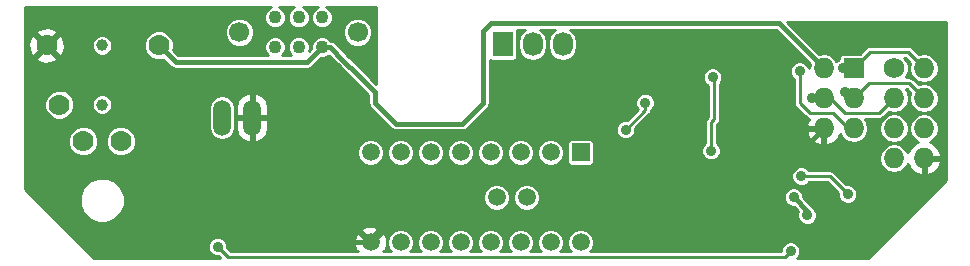
<source format=gbl>
%FSLAX46Y46*%
G04 Gerber Fmt 4.6, Leading zero omitted, Abs format (unit mm)*
G04 Created by KiCad (PCBNEW (2014-10-27 BZR 5228)-product) date 5/4/2015 9:12:31 PM*
%MOMM*%
G01*
G04 APERTURE LIST*
%ADD10C,0.100000*%
%ADD11O,1.506220X3.014980*%
%ADD12C,1.500000*%
%ADD13C,1.778000*%
%ADD14C,0.990600*%
%ADD15R,1.727200X2.032000*%
%ADD16O,1.727200X2.032000*%
%ADD17R,1.727200X1.727200*%
%ADD18O,1.727200X1.727200*%
%ADD19C,1.727200*%
%ADD20R,1.500000X1.500000*%
%ADD21C,1.100000*%
%ADD22C,1.700000*%
%ADD23C,0.889000*%
%ADD24C,0.381000*%
%ADD25C,0.254000*%
G04 APERTURE END LIST*
D10*
D11*
X17145000Y-9525000D03*
X19685000Y-9525000D03*
D12*
X40386000Y-16256000D03*
X42926000Y-16256000D03*
D13*
X11785600Y-3403600D03*
X2286000Y-3403600D03*
X8585200Y-11506200D03*
X5384800Y-11506200D03*
X3378200Y-8407400D03*
D14*
X6985000Y-3403600D03*
X6985000Y-8407400D03*
D15*
X40894000Y-3302000D03*
D16*
X43434000Y-3302000D03*
X45974000Y-3302000D03*
D17*
X70612000Y-5334000D03*
D18*
X68072000Y-5334000D03*
X70612000Y-7874000D03*
X68072000Y-7874000D03*
X70612000Y-10414000D03*
X68072000Y-10414000D03*
D19*
X74041000Y-5334000D03*
D18*
X76581000Y-5334000D03*
X74041000Y-7874000D03*
X76581000Y-7874000D03*
X74041000Y-10414000D03*
X76581000Y-10414000D03*
X74041000Y-12954000D03*
X76581000Y-12954000D03*
D20*
X47498000Y-12446000D03*
D12*
X44958000Y-12446000D03*
X42418000Y-12446000D03*
X39878000Y-12446000D03*
X37338000Y-12446000D03*
X34798000Y-12446000D03*
X32258000Y-12446000D03*
X29718000Y-12446000D03*
X29718000Y-20066000D03*
X32258000Y-20066000D03*
X34798000Y-20066000D03*
X37338000Y-20066000D03*
X39878000Y-20066000D03*
X42418000Y-20066000D03*
X44958000Y-20066000D03*
X47498000Y-20066000D03*
D21*
X21622000Y-1036000D03*
X23622000Y-1036000D03*
X25622000Y-1036000D03*
X21622000Y-3536000D03*
X23622000Y-3536000D03*
X25622000Y-3536000D03*
D22*
X18622000Y-2286000D03*
X28622000Y-2286000D03*
D23*
X23241000Y-9398000D03*
X59690000Y-15240000D03*
X28194000Y-9144000D03*
X26289000Y-12827000D03*
X68580000Y-13081000D03*
X56515000Y-10922000D03*
X47625000Y-5969000D03*
X20701000Y-19558000D03*
X49149000Y-19050000D03*
X20320000Y-12319000D03*
X12319000Y-20320000D03*
X65532000Y-16256000D03*
X66675000Y-17780000D03*
X66040000Y-5588000D03*
X58674000Y-6096000D03*
X58547000Y-12319000D03*
X52959000Y-8255000D03*
X51308000Y-10541000D03*
X69850000Y-7366000D03*
X67056000Y-7874000D03*
X69723000Y-5334000D03*
X70104000Y-16002000D03*
X66167000Y-14478000D03*
X65278000Y-20828000D03*
X16764000Y-20447000D03*
D24*
X64389000Y-12573000D02*
X65913000Y-12573000D01*
X64389000Y-12573000D02*
X62357000Y-12573000D01*
X59690000Y-15240000D02*
X62357000Y-12573000D01*
X56388000Y-18542000D02*
X59690000Y-15240000D01*
X19685000Y-11684000D02*
X20320000Y-12319000D01*
X19685000Y-9525000D02*
X19685000Y-11684000D01*
X68072000Y-10414000D02*
X65913000Y-12573000D01*
X28194000Y-9144000D02*
X28194000Y-10922000D01*
X28194000Y-10922000D02*
X26289000Y-12827000D01*
X68072000Y-12573000D02*
X68580000Y-13081000D01*
X68072000Y-10414000D02*
X68072000Y-12573000D01*
X56515000Y-12065000D02*
X56515000Y-10922000D01*
X59690000Y-15240000D02*
X56515000Y-12065000D01*
X21209000Y-20066000D02*
X20701000Y-19558000D01*
X29718000Y-20066000D02*
X21209000Y-20066000D01*
X29718000Y-20066000D02*
X29718000Y-19685000D01*
X30861000Y-18542000D02*
X29718000Y-19685000D01*
X45974000Y-18542000D02*
X30861000Y-18542000D01*
X48641000Y-18542000D02*
X45974000Y-18542000D01*
X56388000Y-18542000D02*
X48641000Y-18542000D01*
X48641000Y-18542000D02*
X49149000Y-19050000D01*
X20320000Y-12319000D02*
X12319000Y-20320000D01*
X65532000Y-16256000D02*
X66675000Y-17399000D01*
X66675000Y-17399000D02*
X66675000Y-17780000D01*
X26269000Y-3536000D02*
X25622000Y-3536000D01*
X30099000Y-7366000D02*
X30099000Y-8255000D01*
X30099000Y-7366000D02*
X28575000Y-5842000D01*
X39878000Y-1524000D02*
X64262000Y-1524000D01*
X39243000Y-2159000D02*
X39878000Y-1524000D01*
X28575000Y-5842000D02*
X27412000Y-4679000D01*
X68072000Y-5334000D02*
X64262000Y-1524000D01*
X39243000Y-8255000D02*
X39243000Y-2159000D01*
X37465000Y-10033000D02*
X39243000Y-8255000D01*
X31877000Y-10033000D02*
X37465000Y-10033000D01*
X30099000Y-8255000D02*
X31877000Y-10033000D01*
X27412000Y-4679000D02*
X26269000Y-3536000D01*
X24332000Y-4826000D02*
X25622000Y-3536000D01*
X13208000Y-4826000D02*
X24332000Y-4826000D01*
X11785600Y-3403600D02*
X13208000Y-4826000D01*
D25*
X70104000Y-10414000D02*
X70612000Y-10414000D01*
X68834000Y-9144000D02*
X70104000Y-10414000D01*
X66929000Y-9144000D02*
X68453000Y-9144000D01*
X66040000Y-8255000D02*
X66929000Y-9144000D01*
X66040000Y-5588000D02*
X66040000Y-8255000D01*
X68453000Y-9144000D02*
X68834000Y-9144000D01*
X58674000Y-6096000D02*
X58801000Y-6223000D01*
X58801000Y-9652000D02*
X58801000Y-7620000D01*
X58547000Y-9906000D02*
X58801000Y-9652000D01*
X58547000Y-12319000D02*
X58547000Y-9906000D01*
X58801000Y-6223000D02*
X58801000Y-7620000D01*
X52959000Y-8890000D02*
X51308000Y-10541000D01*
X52959000Y-8255000D02*
X52959000Y-8890000D01*
X71882000Y-6604000D02*
X70612000Y-7874000D01*
X75311000Y-6604000D02*
X71882000Y-6604000D01*
X76581000Y-7874000D02*
X75311000Y-6604000D01*
X70358000Y-7874000D02*
X69850000Y-7366000D01*
X70612000Y-7874000D02*
X70358000Y-7874000D01*
X67056000Y-7874000D02*
X68072000Y-7874000D01*
X68580000Y-7874000D02*
X68072000Y-7874000D01*
X72771000Y-9144000D02*
X69850000Y-9144000D01*
X69850000Y-9144000D02*
X68580000Y-7874000D01*
X74041000Y-7874000D02*
X72771000Y-9144000D01*
X72009000Y-3937000D02*
X75184000Y-3937000D01*
X75184000Y-3937000D02*
X76581000Y-5334000D01*
X70612000Y-5334000D02*
X72009000Y-3937000D01*
X69723000Y-5334000D02*
X70612000Y-5334000D01*
X68580000Y-14478000D02*
X70104000Y-16002000D01*
X66167000Y-14478000D02*
X68580000Y-14478000D01*
X17907000Y-21336000D02*
X64770000Y-21336000D01*
X64770000Y-21336000D02*
X65278000Y-20828000D01*
X16764000Y-20447000D02*
X17653000Y-21336000D01*
X17653000Y-21336000D02*
X17907000Y-21336000D01*
G36*
X78436000Y-14807474D02*
X78035968Y-15207506D01*
X78035968Y-13313027D01*
X78035968Y-12594973D01*
X77787821Y-12065510D01*
X77355947Y-11671312D01*
X77094828Y-11563159D01*
X77461065Y-11318448D01*
X77730860Y-10914671D01*
X77825600Y-10438383D01*
X77825600Y-10389617D01*
X77730860Y-9913329D01*
X77461065Y-9509552D01*
X77057288Y-9239757D01*
X76581000Y-9145017D01*
X76104712Y-9239757D01*
X75700935Y-9509552D01*
X75431140Y-9913329D01*
X75336400Y-10389617D01*
X75336400Y-10438383D01*
X75431140Y-10914671D01*
X75700935Y-11318448D01*
X76067171Y-11563159D01*
X75806053Y-11671312D01*
X75374179Y-12065510D01*
X75285600Y-12254506D01*
X75285600Y-10438383D01*
X75285600Y-10389617D01*
X75190860Y-9913329D01*
X74921065Y-9509552D01*
X74517288Y-9239757D01*
X74041000Y-9145017D01*
X73564712Y-9239757D01*
X73160935Y-9509552D01*
X72891140Y-9913329D01*
X72796400Y-10389617D01*
X72796400Y-10438383D01*
X72891140Y-10914671D01*
X73160935Y-11318448D01*
X73564712Y-11588243D01*
X74041000Y-11682983D01*
X74517288Y-11588243D01*
X74921065Y-11318448D01*
X75190860Y-10914671D01*
X75285600Y-10438383D01*
X75285600Y-12254506D01*
X75191323Y-12455661D01*
X75190860Y-12453329D01*
X74921065Y-12049552D01*
X74517288Y-11779757D01*
X74041000Y-11685017D01*
X73564712Y-11779757D01*
X73160935Y-12049552D01*
X72891140Y-12453329D01*
X72796400Y-12929617D01*
X72796400Y-12978383D01*
X72891140Y-13454671D01*
X73160935Y-13858448D01*
X73564712Y-14128243D01*
X74041000Y-14222983D01*
X74517288Y-14128243D01*
X74921065Y-13858448D01*
X75190860Y-13454671D01*
X75191323Y-13452338D01*
X75374179Y-13842490D01*
X75806053Y-14236688D01*
X76221974Y-14408958D01*
X76454000Y-14287817D01*
X76454000Y-13081000D01*
X76434000Y-13081000D01*
X76434000Y-12827000D01*
X76454000Y-12827000D01*
X76454000Y-12807000D01*
X76708000Y-12807000D01*
X76708000Y-12827000D01*
X77915469Y-12827000D01*
X78035968Y-12594973D01*
X78035968Y-13313027D01*
X77915469Y-13081000D01*
X76708000Y-13081000D01*
X76708000Y-14287817D01*
X76940026Y-14408958D01*
X77355947Y-14236688D01*
X77787821Y-13842490D01*
X78035968Y-13313027D01*
X78035968Y-15207506D01*
X71830474Y-21413000D01*
X70929643Y-21413000D01*
X70929643Y-15838518D01*
X70804233Y-15535002D01*
X70572219Y-15302583D01*
X70268923Y-15176643D01*
X69996826Y-15176406D01*
X68939210Y-14118790D01*
X68774403Y-14008669D01*
X68580000Y-13970000D01*
X67945000Y-13970000D01*
X67945000Y-11747817D01*
X67945000Y-10541000D01*
X66737531Y-10541000D01*
X66617032Y-10773027D01*
X66865179Y-11302490D01*
X67297053Y-11696688D01*
X67712974Y-11868958D01*
X67945000Y-11747817D01*
X67945000Y-13970000D01*
X66826302Y-13970000D01*
X66635219Y-13778583D01*
X66331923Y-13652643D01*
X66003518Y-13652357D01*
X65700002Y-13777767D01*
X65467583Y-14009781D01*
X65341643Y-14313077D01*
X65341357Y-14641482D01*
X65466767Y-14944998D01*
X65698781Y-15177417D01*
X66002077Y-15303357D01*
X66330482Y-15303643D01*
X66633998Y-15178233D01*
X66826566Y-14986000D01*
X68369579Y-14986000D01*
X69278592Y-15895013D01*
X69278357Y-16165482D01*
X69403767Y-16468998D01*
X69635781Y-16701417D01*
X69939077Y-16827357D01*
X70267482Y-16827643D01*
X70570998Y-16702233D01*
X70803417Y-16470219D01*
X70929357Y-16166923D01*
X70929643Y-15838518D01*
X70929643Y-21413000D01*
X67500643Y-21413000D01*
X67500643Y-17616518D01*
X67375233Y-17313002D01*
X67143219Y-17080583D01*
X67133741Y-17076647D01*
X67079112Y-16994888D01*
X67079108Y-16994885D01*
X66357485Y-16273261D01*
X66357643Y-16092518D01*
X66232233Y-15789002D01*
X66000219Y-15556583D01*
X65696923Y-15430643D01*
X65368518Y-15430357D01*
X65065002Y-15555767D01*
X64832583Y-15787781D01*
X64706643Y-16091077D01*
X64706357Y-16419482D01*
X64831767Y-16722998D01*
X65063781Y-16955417D01*
X65367077Y-17081357D01*
X65549292Y-17081515D01*
X65918068Y-17450291D01*
X65849643Y-17615077D01*
X65849357Y-17943482D01*
X65974767Y-18246998D01*
X66206781Y-18479417D01*
X66510077Y-18605357D01*
X66838482Y-18605643D01*
X67141998Y-18480233D01*
X67374417Y-18248219D01*
X67500357Y-17944923D01*
X67500643Y-17616518D01*
X67500643Y-21413000D01*
X65860432Y-21413000D01*
X65977417Y-21296219D01*
X66103357Y-20992923D01*
X66103643Y-20664518D01*
X65978233Y-20361002D01*
X65746219Y-20128583D01*
X65442923Y-20002643D01*
X65114518Y-20002357D01*
X64811002Y-20127767D01*
X64578583Y-20359781D01*
X64452643Y-20663077D01*
X64452499Y-20828000D01*
X59499643Y-20828000D01*
X59499643Y-5932518D01*
X59374233Y-5629002D01*
X59142219Y-5396583D01*
X58838923Y-5270643D01*
X58510518Y-5270357D01*
X58207002Y-5395767D01*
X57974583Y-5627781D01*
X57848643Y-5931077D01*
X57848357Y-6259482D01*
X57973767Y-6562998D01*
X58205781Y-6795417D01*
X58293000Y-6831633D01*
X58293000Y-7620000D01*
X58293000Y-9441580D01*
X58187790Y-9546790D01*
X58077669Y-9711597D01*
X58039000Y-9906000D01*
X58039000Y-11659697D01*
X57847583Y-11850781D01*
X57721643Y-12154077D01*
X57721357Y-12482482D01*
X57846767Y-12785998D01*
X58078781Y-13018417D01*
X58382077Y-13144357D01*
X58710482Y-13144643D01*
X59013998Y-13019233D01*
X59246417Y-12787219D01*
X59372357Y-12483923D01*
X59372643Y-12155518D01*
X59247233Y-11852002D01*
X59055000Y-11659433D01*
X59055000Y-10116420D01*
X59160210Y-10011210D01*
X59270331Y-9846404D01*
X59270331Y-9846403D01*
X59276746Y-9814150D01*
X59308999Y-9652000D01*
X59309000Y-9652000D01*
X59309000Y-7620000D01*
X59309000Y-6628523D01*
X59373417Y-6564219D01*
X59499357Y-6260923D01*
X59499643Y-5932518D01*
X59499643Y-20828000D01*
X53784643Y-20828000D01*
X53784643Y-8091518D01*
X53659233Y-7788002D01*
X53427219Y-7555583D01*
X53123923Y-7429643D01*
X52795518Y-7429357D01*
X52492002Y-7554767D01*
X52259583Y-7786781D01*
X52133643Y-8090077D01*
X52133357Y-8418482D01*
X52258767Y-8721998D01*
X52333608Y-8796970D01*
X51414987Y-9715592D01*
X51144518Y-9715357D01*
X50841002Y-9840767D01*
X50608583Y-10072781D01*
X50482643Y-10376077D01*
X50482357Y-10704482D01*
X50607767Y-11007998D01*
X50839781Y-11240417D01*
X51143077Y-11366357D01*
X51471482Y-11366643D01*
X51774998Y-11241233D01*
X52007417Y-11009219D01*
X52133357Y-10705923D01*
X52133593Y-10433826D01*
X53318210Y-9249210D01*
X53318211Y-9249210D01*
X53428331Y-9084403D01*
X53460968Y-8920323D01*
X53658417Y-8723219D01*
X53784357Y-8419923D01*
X53784643Y-8091518D01*
X53784643Y-20828000D01*
X48335542Y-20828000D01*
X48456256Y-20707497D01*
X48628804Y-20291957D01*
X48629196Y-19842017D01*
X48629000Y-19841542D01*
X48629000Y-13271785D01*
X48629000Y-13120214D01*
X48629000Y-11620214D01*
X48570996Y-11480180D01*
X48463819Y-11373004D01*
X48323785Y-11315000D01*
X48172214Y-11315000D01*
X46672214Y-11315000D01*
X46532180Y-11373004D01*
X46425004Y-11480181D01*
X46367000Y-11620215D01*
X46367000Y-11771786D01*
X46367000Y-13271786D01*
X46425004Y-13411820D01*
X46532181Y-13518996D01*
X46672215Y-13577000D01*
X46823786Y-13577000D01*
X48323786Y-13577000D01*
X48463820Y-13518996D01*
X48570996Y-13411819D01*
X48629000Y-13271785D01*
X48629000Y-19841542D01*
X48457375Y-19426177D01*
X48139497Y-19107744D01*
X47723957Y-18935196D01*
X47274017Y-18934804D01*
X46858177Y-19106625D01*
X46539744Y-19424503D01*
X46367196Y-19840043D01*
X46366804Y-20289983D01*
X46538625Y-20705823D01*
X46660589Y-20828000D01*
X45795542Y-20828000D01*
X45916256Y-20707497D01*
X46088804Y-20291957D01*
X46089196Y-19842017D01*
X46089196Y-12222017D01*
X45917375Y-11806177D01*
X45599497Y-11487744D01*
X45183957Y-11315196D01*
X44734017Y-11314804D01*
X44318177Y-11486625D01*
X43999744Y-11804503D01*
X43827196Y-12220043D01*
X43826804Y-12669983D01*
X43998625Y-13085823D01*
X44316503Y-13404256D01*
X44732043Y-13576804D01*
X45181983Y-13577196D01*
X45597823Y-13405375D01*
X45916256Y-13087497D01*
X46088804Y-12671957D01*
X46089196Y-12222017D01*
X46089196Y-19842017D01*
X45917375Y-19426177D01*
X45599497Y-19107744D01*
X45183957Y-18935196D01*
X44734017Y-18934804D01*
X44318177Y-19106625D01*
X44057196Y-19367151D01*
X44057196Y-16032017D01*
X43885375Y-15616177D01*
X43567497Y-15297744D01*
X43549196Y-15290144D01*
X43549196Y-12222017D01*
X43377375Y-11806177D01*
X43059497Y-11487744D01*
X42643957Y-11315196D01*
X42194017Y-11314804D01*
X41778177Y-11486625D01*
X41459744Y-11804503D01*
X41287196Y-12220043D01*
X41286804Y-12669983D01*
X41458625Y-13085823D01*
X41776503Y-13404256D01*
X42192043Y-13576804D01*
X42641983Y-13577196D01*
X43057823Y-13405375D01*
X43376256Y-13087497D01*
X43548804Y-12671957D01*
X43549196Y-12222017D01*
X43549196Y-15290144D01*
X43151957Y-15125196D01*
X42702017Y-15124804D01*
X42286177Y-15296625D01*
X41967744Y-15614503D01*
X41795196Y-16030043D01*
X41794804Y-16479983D01*
X41966625Y-16895823D01*
X42284503Y-17214256D01*
X42700043Y-17386804D01*
X43149983Y-17387196D01*
X43565823Y-17215375D01*
X43884256Y-16897497D01*
X44056804Y-16481957D01*
X44057196Y-16032017D01*
X44057196Y-19367151D01*
X43999744Y-19424503D01*
X43827196Y-19840043D01*
X43826804Y-20289983D01*
X43998625Y-20705823D01*
X44120589Y-20828000D01*
X43255542Y-20828000D01*
X43376256Y-20707497D01*
X43548804Y-20291957D01*
X43549196Y-19842017D01*
X43377375Y-19426177D01*
X43059497Y-19107744D01*
X42643957Y-18935196D01*
X42194017Y-18934804D01*
X41778177Y-19106625D01*
X41517196Y-19367151D01*
X41517196Y-16032017D01*
X41345375Y-15616177D01*
X41027497Y-15297744D01*
X41009196Y-15290144D01*
X41009196Y-12222017D01*
X40837375Y-11806177D01*
X40519497Y-11487744D01*
X40103957Y-11315196D01*
X39654017Y-11314804D01*
X39238177Y-11486625D01*
X38919744Y-11804503D01*
X38747196Y-12220043D01*
X38746804Y-12669983D01*
X38918625Y-13085823D01*
X39236503Y-13404256D01*
X39652043Y-13576804D01*
X40101983Y-13577196D01*
X40517823Y-13405375D01*
X40836256Y-13087497D01*
X41008804Y-12671957D01*
X41009196Y-12222017D01*
X41009196Y-15290144D01*
X40611957Y-15125196D01*
X40162017Y-15124804D01*
X39746177Y-15296625D01*
X39427744Y-15614503D01*
X39255196Y-16030043D01*
X39254804Y-16479983D01*
X39426625Y-16895823D01*
X39744503Y-17214256D01*
X40160043Y-17386804D01*
X40609983Y-17387196D01*
X41025823Y-17215375D01*
X41344256Y-16897497D01*
X41516804Y-16481957D01*
X41517196Y-16032017D01*
X41517196Y-19367151D01*
X41459744Y-19424503D01*
X41287196Y-19840043D01*
X41286804Y-20289983D01*
X41458625Y-20705823D01*
X41580589Y-20828000D01*
X40715542Y-20828000D01*
X40836256Y-20707497D01*
X41008804Y-20291957D01*
X41009196Y-19842017D01*
X40837375Y-19426177D01*
X40519497Y-19107744D01*
X40103957Y-18935196D01*
X39654017Y-18934804D01*
X39238177Y-19106625D01*
X38919744Y-19424503D01*
X38747196Y-19840043D01*
X38746804Y-20289983D01*
X38918625Y-20705823D01*
X39040589Y-20828000D01*
X38175542Y-20828000D01*
X38296256Y-20707497D01*
X38468804Y-20291957D01*
X38469196Y-19842017D01*
X38469196Y-12222017D01*
X38297375Y-11806177D01*
X37979497Y-11487744D01*
X37563957Y-11315196D01*
X37114017Y-11314804D01*
X36698177Y-11486625D01*
X36379744Y-11804503D01*
X36207196Y-12220043D01*
X36206804Y-12669983D01*
X36378625Y-13085823D01*
X36696503Y-13404256D01*
X37112043Y-13576804D01*
X37561983Y-13577196D01*
X37977823Y-13405375D01*
X38296256Y-13087497D01*
X38468804Y-12671957D01*
X38469196Y-12222017D01*
X38469196Y-19842017D01*
X38297375Y-19426177D01*
X37979497Y-19107744D01*
X37563957Y-18935196D01*
X37114017Y-18934804D01*
X36698177Y-19106625D01*
X36379744Y-19424503D01*
X36207196Y-19840043D01*
X36206804Y-20289983D01*
X36378625Y-20705823D01*
X36500589Y-20828000D01*
X35635542Y-20828000D01*
X35756256Y-20707497D01*
X35928804Y-20291957D01*
X35929196Y-19842017D01*
X35929196Y-12222017D01*
X35757375Y-11806177D01*
X35439497Y-11487744D01*
X35023957Y-11315196D01*
X34574017Y-11314804D01*
X34158177Y-11486625D01*
X33839744Y-11804503D01*
X33667196Y-12220043D01*
X33666804Y-12669983D01*
X33838625Y-13085823D01*
X34156503Y-13404256D01*
X34572043Y-13576804D01*
X35021983Y-13577196D01*
X35437823Y-13405375D01*
X35756256Y-13087497D01*
X35928804Y-12671957D01*
X35929196Y-12222017D01*
X35929196Y-19842017D01*
X35757375Y-19426177D01*
X35439497Y-19107744D01*
X35023957Y-18935196D01*
X34574017Y-18934804D01*
X34158177Y-19106625D01*
X33839744Y-19424503D01*
X33667196Y-19840043D01*
X33666804Y-20289983D01*
X33838625Y-20705823D01*
X33960589Y-20828000D01*
X33095542Y-20828000D01*
X33216256Y-20707497D01*
X33388804Y-20291957D01*
X33389196Y-19842017D01*
X33389196Y-12222017D01*
X33217375Y-11806177D01*
X32899497Y-11487744D01*
X32483957Y-11315196D01*
X32034017Y-11314804D01*
X31618177Y-11486625D01*
X31299744Y-11804503D01*
X31127196Y-12220043D01*
X31126804Y-12669983D01*
X31298625Y-13085823D01*
X31616503Y-13404256D01*
X32032043Y-13576804D01*
X32481983Y-13577196D01*
X32897823Y-13405375D01*
X33216256Y-13087497D01*
X33388804Y-12671957D01*
X33389196Y-12222017D01*
X33389196Y-19842017D01*
X33217375Y-19426177D01*
X32899497Y-19107744D01*
X32483957Y-18935196D01*
X32034017Y-18934804D01*
X31618177Y-19106625D01*
X31299744Y-19424503D01*
X31127196Y-19840043D01*
X31126804Y-20289983D01*
X31298625Y-20705823D01*
X31420589Y-20828000D01*
X30795520Y-20828000D01*
X30930460Y-20789923D01*
X31115201Y-20270829D01*
X31087230Y-19720552D01*
X30930460Y-19342077D01*
X30849196Y-19319146D01*
X30849196Y-12222017D01*
X30677375Y-11806177D01*
X30359497Y-11487744D01*
X29943957Y-11315196D01*
X29494017Y-11314804D01*
X29078177Y-11486625D01*
X28759744Y-11804503D01*
X28587196Y-12220043D01*
X28586804Y-12669983D01*
X28758625Y-13085823D01*
X29076503Y-13404256D01*
X29492043Y-13576804D01*
X29941983Y-13577196D01*
X30357823Y-13405375D01*
X30676256Y-13087497D01*
X30848804Y-12671957D01*
X30849196Y-12222017D01*
X30849196Y-19319146D01*
X30689517Y-19274088D01*
X30509912Y-19453693D01*
X30509912Y-19094483D01*
X30441923Y-18853540D01*
X29922829Y-18668799D01*
X29372552Y-18696770D01*
X28994077Y-18853540D01*
X28926088Y-19094483D01*
X29718000Y-19886395D01*
X30509912Y-19094483D01*
X30509912Y-19453693D01*
X29897605Y-20066000D01*
X29911747Y-20080142D01*
X29732142Y-20259747D01*
X29718000Y-20245605D01*
X29703857Y-20259747D01*
X29524252Y-20080142D01*
X29538395Y-20066000D01*
X28746483Y-19274088D01*
X28505540Y-19342077D01*
X28320799Y-19861171D01*
X28348770Y-20411448D01*
X28505540Y-20789923D01*
X28640479Y-20828000D01*
X21073110Y-20828000D01*
X21073110Y-10406380D01*
X21073110Y-9652000D01*
X21073110Y-9398000D01*
X21073110Y-8643620D01*
X20918846Y-8122081D01*
X20576740Y-7699276D01*
X20098875Y-7439573D01*
X20026674Y-7425217D01*
X19812000Y-7547838D01*
X19812000Y-9398000D01*
X21073110Y-9398000D01*
X21073110Y-9652000D01*
X19812000Y-9652000D01*
X19812000Y-11502162D01*
X20026674Y-11624783D01*
X20098875Y-11610427D01*
X20576740Y-11350724D01*
X20918846Y-10927919D01*
X21073110Y-10406380D01*
X21073110Y-20828000D01*
X19558000Y-20828000D01*
X19558000Y-11502162D01*
X19558000Y-9652000D01*
X19558000Y-9398000D01*
X19558000Y-7547838D01*
X19343326Y-7425217D01*
X19271125Y-7439573D01*
X18793260Y-7699276D01*
X18451154Y-8122081D01*
X18296890Y-8643620D01*
X18296890Y-9398000D01*
X19558000Y-9398000D01*
X19558000Y-9652000D01*
X18296890Y-9652000D01*
X18296890Y-10406380D01*
X18451154Y-10927919D01*
X18793260Y-11350724D01*
X19271125Y-11610427D01*
X19343326Y-11624783D01*
X19558000Y-11502162D01*
X19558000Y-20828000D01*
X18279110Y-20828000D01*
X18279110Y-10316378D01*
X18279110Y-8733622D01*
X18192781Y-8299617D01*
X17946937Y-7931685D01*
X17579005Y-7685841D01*
X17145000Y-7599512D01*
X16710995Y-7685841D01*
X16343063Y-7931685D01*
X16097219Y-8299617D01*
X16010890Y-8733622D01*
X16010890Y-10316378D01*
X16097219Y-10750383D01*
X16343063Y-11118315D01*
X16710995Y-11364159D01*
X17145000Y-11450488D01*
X17579005Y-11364159D01*
X17946937Y-11118315D01*
X18192781Y-10750383D01*
X18279110Y-10316378D01*
X18279110Y-20828000D01*
X17907000Y-20828000D01*
X17863420Y-20828000D01*
X17589407Y-20553987D01*
X17589643Y-20283518D01*
X17464233Y-19980002D01*
X17232219Y-19747583D01*
X16928923Y-19621643D01*
X16600518Y-19621357D01*
X16297002Y-19746767D01*
X16064583Y-19978781D01*
X15938643Y-20282077D01*
X15938357Y-20610482D01*
X16063767Y-20913998D01*
X16295781Y-21146417D01*
X16599077Y-21272357D01*
X16871173Y-21272593D01*
X17011580Y-21413000D01*
X9855420Y-21413000D01*
X9855420Y-11254690D01*
X9662482Y-10787742D01*
X9305537Y-10430174D01*
X8838927Y-10236421D01*
X8333690Y-10235980D01*
X7866742Y-10428918D01*
X7861452Y-10434198D01*
X7861452Y-8233858D01*
X7861452Y-3230058D01*
X7728324Y-2907864D01*
X7482032Y-2661142D01*
X7160072Y-2527452D01*
X6811458Y-2527148D01*
X6489264Y-2660276D01*
X6242542Y-2906568D01*
X6108852Y-3228528D01*
X6108548Y-3577142D01*
X6241676Y-3899336D01*
X6487968Y-4146058D01*
X6809928Y-4279748D01*
X7158542Y-4280052D01*
X7480736Y-4146924D01*
X7727458Y-3900632D01*
X7861148Y-3578672D01*
X7861452Y-3230058D01*
X7861452Y-8233858D01*
X7728324Y-7911664D01*
X7482032Y-7664942D01*
X7160072Y-7531252D01*
X6811458Y-7530948D01*
X6489264Y-7664076D01*
X6242542Y-7910368D01*
X6108852Y-8232328D01*
X6108548Y-8580942D01*
X6241676Y-8903136D01*
X6487968Y-9149858D01*
X6809928Y-9283548D01*
X7158542Y-9283852D01*
X7480736Y-9150724D01*
X7727458Y-8904432D01*
X7861148Y-8582472D01*
X7861452Y-8233858D01*
X7861452Y-10434198D01*
X7509174Y-10785863D01*
X7315421Y-11252473D01*
X7314980Y-11757710D01*
X7507918Y-12224658D01*
X7864863Y-12582226D01*
X8331473Y-12775979D01*
X8836710Y-12776420D01*
X9303658Y-12583482D01*
X9661226Y-12226537D01*
X9854979Y-11759927D01*
X9855420Y-11254690D01*
X9855420Y-21413000D01*
X8890330Y-21413000D01*
X8890330Y-16132735D01*
X8600922Y-15432314D01*
X8065505Y-14895961D01*
X7365590Y-14605332D01*
X6655020Y-14604711D01*
X6655020Y-11254690D01*
X6462082Y-10787742D01*
X6105137Y-10430174D01*
X5638527Y-10236421D01*
X5133290Y-10235980D01*
X4666342Y-10428918D01*
X4648420Y-10446808D01*
X4648420Y-8155890D01*
X4455482Y-7688942D01*
X4098537Y-7331374D01*
X3821516Y-7216345D01*
X3821516Y-3641635D01*
X3795723Y-3035900D01*
X3613539Y-2596067D01*
X3358196Y-2511009D01*
X3178591Y-2690614D01*
X3178591Y-2331404D01*
X3093533Y-2076061D01*
X2524035Y-1868084D01*
X1918300Y-1893877D01*
X1478467Y-2076061D01*
X1393409Y-2331404D01*
X2286000Y-3223995D01*
X3178591Y-2331404D01*
X3178591Y-2690614D01*
X2465605Y-3403600D01*
X3358196Y-4296191D01*
X3613539Y-4211133D01*
X3821516Y-3641635D01*
X3821516Y-7216345D01*
X3631927Y-7137621D01*
X3178591Y-7137225D01*
X3178591Y-4475796D01*
X2286000Y-3583205D01*
X2106395Y-3762810D01*
X2106395Y-3403600D01*
X1213804Y-2511009D01*
X958461Y-2596067D01*
X750484Y-3165565D01*
X776277Y-3771300D01*
X958461Y-4211133D01*
X1213804Y-4296191D01*
X2106395Y-3403600D01*
X2106395Y-3762810D01*
X1393409Y-4475796D01*
X1478467Y-4731139D01*
X2047965Y-4939116D01*
X2653700Y-4913323D01*
X3093533Y-4731139D01*
X3178591Y-4475796D01*
X3178591Y-7137225D01*
X3126690Y-7137180D01*
X2659742Y-7330118D01*
X2302174Y-7687063D01*
X2108421Y-8153673D01*
X2107980Y-8658910D01*
X2300918Y-9125858D01*
X2657863Y-9483426D01*
X3124473Y-9677179D01*
X3629710Y-9677620D01*
X4096658Y-9484682D01*
X4454226Y-9127737D01*
X4647979Y-8661127D01*
X4648420Y-8155890D01*
X4648420Y-10446808D01*
X4308774Y-10785863D01*
X4115021Y-11252473D01*
X4114580Y-11757710D01*
X4307518Y-12224658D01*
X4664463Y-12582226D01*
X5131073Y-12775979D01*
X5636310Y-12776420D01*
X6103258Y-12583482D01*
X6460826Y-12226537D01*
X6654579Y-11759927D01*
X6655020Y-11254690D01*
X6655020Y-14604711D01*
X6607735Y-14604670D01*
X5907314Y-14894078D01*
X5370961Y-15429495D01*
X5080332Y-16129410D01*
X5079670Y-16887265D01*
X5369078Y-17587686D01*
X5904495Y-18124039D01*
X6604410Y-18414668D01*
X7362265Y-18415330D01*
X8062686Y-18125922D01*
X8599039Y-17590505D01*
X8889668Y-16890590D01*
X8890330Y-16132735D01*
X8890330Y-21413000D01*
X6274526Y-21413000D01*
X431000Y-15569474D01*
X431000Y-177000D01*
X21262982Y-177000D01*
X21095320Y-246277D01*
X20833197Y-507943D01*
X20691162Y-850000D01*
X20690839Y-1220375D01*
X20832277Y-1562680D01*
X21093943Y-1824803D01*
X21436000Y-1966838D01*
X21806375Y-1967161D01*
X22148680Y-1825723D01*
X22410803Y-1564057D01*
X22552838Y-1222000D01*
X22553161Y-851625D01*
X22411723Y-509320D01*
X22150057Y-247197D01*
X21981004Y-177000D01*
X23262982Y-177000D01*
X23095320Y-246277D01*
X22833197Y-507943D01*
X22691162Y-850000D01*
X22690839Y-1220375D01*
X22832277Y-1562680D01*
X23093943Y-1824803D01*
X23436000Y-1966838D01*
X23806375Y-1967161D01*
X24148680Y-1825723D01*
X24410803Y-1564057D01*
X24552838Y-1222000D01*
X24553161Y-851625D01*
X24411723Y-509320D01*
X24150057Y-247197D01*
X23981004Y-177000D01*
X25262982Y-177000D01*
X25095320Y-246277D01*
X24833197Y-507943D01*
X24691162Y-850000D01*
X24690839Y-1220375D01*
X24832277Y-1562680D01*
X25093943Y-1824803D01*
X25436000Y-1966838D01*
X25806375Y-1967161D01*
X26148680Y-1825723D01*
X26410803Y-1564057D01*
X26552838Y-1222000D01*
X26553161Y-851625D01*
X26411723Y-509320D01*
X26150057Y-247197D01*
X25981004Y-177000D01*
X30176000Y-177000D01*
X30176000Y-6634776D01*
X29853213Y-6311989D01*
X29853213Y-2042213D01*
X29666200Y-1589605D01*
X29320216Y-1243017D01*
X28867935Y-1055214D01*
X28378213Y-1054787D01*
X27925605Y-1241800D01*
X27579017Y-1587784D01*
X27391214Y-2040065D01*
X27390787Y-2529787D01*
X27577800Y-2982395D01*
X27923784Y-3328983D01*
X28376065Y-3516786D01*
X28865787Y-3517213D01*
X29318395Y-3330200D01*
X29664983Y-2984216D01*
X29852786Y-2531935D01*
X29853213Y-2042213D01*
X29853213Y-6311989D01*
X28979112Y-5437888D01*
X28979108Y-5437885D01*
X27816112Y-4274888D01*
X27816108Y-4274885D01*
X26673112Y-3131888D01*
X26487704Y-3008003D01*
X26451417Y-3000785D01*
X26391257Y-2988818D01*
X26391256Y-2988818D01*
X26150057Y-2747197D01*
X25808000Y-2605162D01*
X25437625Y-2604839D01*
X25095320Y-2746277D01*
X24833197Y-3007943D01*
X24691162Y-3350000D01*
X24690892Y-3658883D01*
X24499624Y-3850151D01*
X24552838Y-3722000D01*
X24553161Y-3351625D01*
X24411723Y-3009320D01*
X24150057Y-2747197D01*
X23808000Y-2605162D01*
X23437625Y-2604839D01*
X23095320Y-2746277D01*
X22833197Y-3007943D01*
X22691162Y-3350000D01*
X22690839Y-3720375D01*
X22832277Y-4062680D01*
X23023762Y-4254500D01*
X22220027Y-4254500D01*
X22410803Y-4064057D01*
X22552838Y-3722000D01*
X22553161Y-3351625D01*
X22411723Y-3009320D01*
X22150057Y-2747197D01*
X21808000Y-2605162D01*
X21437625Y-2604839D01*
X21095320Y-2746277D01*
X20833197Y-3007943D01*
X20691162Y-3350000D01*
X20690839Y-3720375D01*
X20832277Y-4062680D01*
X21023762Y-4254500D01*
X19853213Y-4254500D01*
X19853213Y-2042213D01*
X19666200Y-1589605D01*
X19320216Y-1243017D01*
X18867935Y-1055214D01*
X18378213Y-1054787D01*
X17925605Y-1241800D01*
X17579017Y-1587784D01*
X17391214Y-2040065D01*
X17390787Y-2529787D01*
X17577800Y-2982395D01*
X17923784Y-3328983D01*
X18376065Y-3516786D01*
X18865787Y-3517213D01*
X19318395Y-3330200D01*
X19664983Y-2984216D01*
X19852786Y-2531935D01*
X19853213Y-2042213D01*
X19853213Y-4254500D01*
X13444723Y-4254500D01*
X12994401Y-3804177D01*
X13055379Y-3657327D01*
X13055820Y-3152090D01*
X12862882Y-2685142D01*
X12505937Y-2327574D01*
X12039327Y-2133821D01*
X11534090Y-2133380D01*
X11067142Y-2326318D01*
X10709574Y-2683263D01*
X10515821Y-3149873D01*
X10515380Y-3655110D01*
X10708318Y-4122058D01*
X11065263Y-4479626D01*
X11531873Y-4673379D01*
X12037110Y-4673820D01*
X12186054Y-4612277D01*
X12803885Y-5230108D01*
X12803888Y-5230112D01*
X12989296Y-5353997D01*
X12989297Y-5353997D01*
X13208000Y-5397500D01*
X24331994Y-5397500D01*
X24332000Y-5397501D01*
X24332000Y-5397500D01*
X24514417Y-5361214D01*
X24550703Y-5353997D01*
X24550704Y-5353997D01*
X24736112Y-5230112D01*
X25499330Y-4466893D01*
X25806375Y-4467161D01*
X26148680Y-4325723D01*
X26199634Y-4274857D01*
X27007885Y-5083108D01*
X27007888Y-5083112D01*
X28170885Y-6246108D01*
X28170888Y-6246112D01*
X29527500Y-7602723D01*
X29527500Y-8254994D01*
X29527499Y-8255000D01*
X29563785Y-8437417D01*
X29571003Y-8473704D01*
X29694888Y-8659112D01*
X31472885Y-10437108D01*
X31472888Y-10437112D01*
X31472889Y-10437112D01*
X31596774Y-10519889D01*
X31658296Y-10560997D01*
X31658297Y-10560998D01*
X31877000Y-10604501D01*
X31877000Y-10604500D01*
X31877005Y-10604500D01*
X37464994Y-10604500D01*
X37465000Y-10604501D01*
X37465000Y-10604500D01*
X37647417Y-10568214D01*
X37683703Y-10560997D01*
X37683704Y-10560997D01*
X37869112Y-10437112D01*
X39647108Y-8659114D01*
X39647112Y-8659112D01*
X39647112Y-8659111D01*
X39729889Y-8535226D01*
X39770997Y-8473704D01*
X39770998Y-8473703D01*
X39814500Y-8255000D01*
X39814501Y-8255000D01*
X39814500Y-8254994D01*
X39814500Y-4640915D01*
X39814581Y-4640996D01*
X39954615Y-4699000D01*
X40106186Y-4699000D01*
X41833386Y-4699000D01*
X41973420Y-4640996D01*
X42080596Y-4533819D01*
X42138600Y-4393785D01*
X42138600Y-4242214D01*
X42138600Y-2210214D01*
X42091083Y-2095500D01*
X42773436Y-2095500D01*
X42553935Y-2242166D01*
X42284140Y-2645943D01*
X42189400Y-3122231D01*
X42189400Y-3481769D01*
X42284140Y-3958057D01*
X42553935Y-4361834D01*
X42957712Y-4631629D01*
X43434000Y-4726369D01*
X43910288Y-4631629D01*
X44314065Y-4361834D01*
X44583860Y-3958057D01*
X44678600Y-3481769D01*
X44678600Y-3122231D01*
X44583860Y-2645943D01*
X44314065Y-2242166D01*
X44094563Y-2095500D01*
X45313436Y-2095500D01*
X45093935Y-2242166D01*
X44824140Y-2645943D01*
X44729400Y-3122231D01*
X44729400Y-3481769D01*
X44824140Y-3958057D01*
X45093935Y-4361834D01*
X45497712Y-4631629D01*
X45974000Y-4726369D01*
X46450288Y-4631629D01*
X46854065Y-4361834D01*
X47123860Y-3958057D01*
X47218600Y-3481769D01*
X47218600Y-3122231D01*
X47123860Y-2645943D01*
X46854065Y-2242166D01*
X46634563Y-2095500D01*
X64025276Y-2095500D01*
X66895754Y-4965977D01*
X66827400Y-5309617D01*
X66827400Y-5331962D01*
X66740233Y-5121002D01*
X66508219Y-4888583D01*
X66204923Y-4762643D01*
X65876518Y-4762357D01*
X65573002Y-4887767D01*
X65340583Y-5119781D01*
X65214643Y-5423077D01*
X65214357Y-5751482D01*
X65339767Y-6054998D01*
X65532000Y-6247566D01*
X65532000Y-8255000D01*
X65570669Y-8449403D01*
X65680790Y-8614210D01*
X66569790Y-9503210D01*
X66734597Y-9613331D01*
X66816393Y-9629601D01*
X66617032Y-10054973D01*
X66737531Y-10287000D01*
X67945000Y-10287000D01*
X67945000Y-10267000D01*
X68199000Y-10267000D01*
X68199000Y-10287000D01*
X68219000Y-10287000D01*
X68219000Y-10541000D01*
X68199000Y-10541000D01*
X68199000Y-11747817D01*
X68431026Y-11868958D01*
X68846947Y-11696688D01*
X69278821Y-11302490D01*
X69461676Y-10912338D01*
X69462140Y-10914671D01*
X69731935Y-11318448D01*
X70135712Y-11588243D01*
X70612000Y-11682983D01*
X71088288Y-11588243D01*
X71492065Y-11318448D01*
X71761860Y-10914671D01*
X71856600Y-10438383D01*
X71856600Y-10389617D01*
X71761860Y-9913329D01*
X71587245Y-9652000D01*
X72771000Y-9652000D01*
X72965403Y-9613331D01*
X73130210Y-9503210D01*
X73581781Y-9051638D01*
X74041000Y-9142983D01*
X74517288Y-9048243D01*
X74921065Y-8778448D01*
X75190860Y-8374671D01*
X75285600Y-7898383D01*
X75285600Y-7849617D01*
X75190860Y-7373329D01*
X75016245Y-7112000D01*
X75100580Y-7112000D01*
X75419653Y-7431073D01*
X75336400Y-7849617D01*
X75336400Y-7898383D01*
X75431140Y-8374671D01*
X75700935Y-8778448D01*
X76104712Y-9048243D01*
X76581000Y-9142983D01*
X77057288Y-9048243D01*
X77461065Y-8778448D01*
X77730860Y-8374671D01*
X77825600Y-7898383D01*
X77825600Y-7849617D01*
X77730860Y-7373329D01*
X77461065Y-6969552D01*
X77057288Y-6699757D01*
X76581000Y-6605017D01*
X76121781Y-6696361D01*
X75670210Y-6244790D01*
X75505403Y-6134669D01*
X75311000Y-6096000D01*
X75039337Y-6096000D01*
X75095505Y-6039930D01*
X75285383Y-5582652D01*
X75285815Y-5087520D01*
X75096736Y-4629912D01*
X74912146Y-4445000D01*
X74973580Y-4445000D01*
X75419653Y-4891073D01*
X75336400Y-5309617D01*
X75336400Y-5358383D01*
X75431140Y-5834671D01*
X75700935Y-6238448D01*
X76104712Y-6508243D01*
X76581000Y-6602983D01*
X77057288Y-6508243D01*
X77461065Y-6238448D01*
X77730860Y-5834671D01*
X77825600Y-5358383D01*
X77825600Y-5309617D01*
X77730860Y-4833329D01*
X77461065Y-4429552D01*
X77057288Y-4159757D01*
X76581000Y-4065017D01*
X76121781Y-4156361D01*
X75543210Y-3577790D01*
X75378403Y-3467669D01*
X75184000Y-3429000D01*
X72009000Y-3429000D01*
X71846849Y-3461253D01*
X71814596Y-3467669D01*
X71649790Y-3577790D01*
X71138180Y-4089400D01*
X69672614Y-4089400D01*
X69532580Y-4147404D01*
X69425404Y-4254581D01*
X69367400Y-4394615D01*
X69367400Y-4546186D01*
X69367400Y-4587738D01*
X69256002Y-4633767D01*
X69155531Y-4734061D01*
X68952065Y-4429552D01*
X68548288Y-4159757D01*
X68072000Y-4065017D01*
X67687685Y-4141462D01*
X64993223Y-1447000D01*
X78436000Y-1447000D01*
X78436000Y-14807474D01*
X78436000Y-14807474D01*
G37*
X78436000Y-14807474D02*
X78035968Y-15207506D01*
X78035968Y-13313027D01*
X78035968Y-12594973D01*
X77787821Y-12065510D01*
X77355947Y-11671312D01*
X77094828Y-11563159D01*
X77461065Y-11318448D01*
X77730860Y-10914671D01*
X77825600Y-10438383D01*
X77825600Y-10389617D01*
X77730860Y-9913329D01*
X77461065Y-9509552D01*
X77057288Y-9239757D01*
X76581000Y-9145017D01*
X76104712Y-9239757D01*
X75700935Y-9509552D01*
X75431140Y-9913329D01*
X75336400Y-10389617D01*
X75336400Y-10438383D01*
X75431140Y-10914671D01*
X75700935Y-11318448D01*
X76067171Y-11563159D01*
X75806053Y-11671312D01*
X75374179Y-12065510D01*
X75285600Y-12254506D01*
X75285600Y-10438383D01*
X75285600Y-10389617D01*
X75190860Y-9913329D01*
X74921065Y-9509552D01*
X74517288Y-9239757D01*
X74041000Y-9145017D01*
X73564712Y-9239757D01*
X73160935Y-9509552D01*
X72891140Y-9913329D01*
X72796400Y-10389617D01*
X72796400Y-10438383D01*
X72891140Y-10914671D01*
X73160935Y-11318448D01*
X73564712Y-11588243D01*
X74041000Y-11682983D01*
X74517288Y-11588243D01*
X74921065Y-11318448D01*
X75190860Y-10914671D01*
X75285600Y-10438383D01*
X75285600Y-12254506D01*
X75191323Y-12455661D01*
X75190860Y-12453329D01*
X74921065Y-12049552D01*
X74517288Y-11779757D01*
X74041000Y-11685017D01*
X73564712Y-11779757D01*
X73160935Y-12049552D01*
X72891140Y-12453329D01*
X72796400Y-12929617D01*
X72796400Y-12978383D01*
X72891140Y-13454671D01*
X73160935Y-13858448D01*
X73564712Y-14128243D01*
X74041000Y-14222983D01*
X74517288Y-14128243D01*
X74921065Y-13858448D01*
X75190860Y-13454671D01*
X75191323Y-13452338D01*
X75374179Y-13842490D01*
X75806053Y-14236688D01*
X76221974Y-14408958D01*
X76454000Y-14287817D01*
X76454000Y-13081000D01*
X76434000Y-13081000D01*
X76434000Y-12827000D01*
X76454000Y-12827000D01*
X76454000Y-12807000D01*
X76708000Y-12807000D01*
X76708000Y-12827000D01*
X77915469Y-12827000D01*
X78035968Y-12594973D01*
X78035968Y-13313027D01*
X77915469Y-13081000D01*
X76708000Y-13081000D01*
X76708000Y-14287817D01*
X76940026Y-14408958D01*
X77355947Y-14236688D01*
X77787821Y-13842490D01*
X78035968Y-13313027D01*
X78035968Y-15207506D01*
X71830474Y-21413000D01*
X70929643Y-21413000D01*
X70929643Y-15838518D01*
X70804233Y-15535002D01*
X70572219Y-15302583D01*
X70268923Y-15176643D01*
X69996826Y-15176406D01*
X68939210Y-14118790D01*
X68774403Y-14008669D01*
X68580000Y-13970000D01*
X67945000Y-13970000D01*
X67945000Y-11747817D01*
X67945000Y-10541000D01*
X66737531Y-10541000D01*
X66617032Y-10773027D01*
X66865179Y-11302490D01*
X67297053Y-11696688D01*
X67712974Y-11868958D01*
X67945000Y-11747817D01*
X67945000Y-13970000D01*
X66826302Y-13970000D01*
X66635219Y-13778583D01*
X66331923Y-13652643D01*
X66003518Y-13652357D01*
X65700002Y-13777767D01*
X65467583Y-14009781D01*
X65341643Y-14313077D01*
X65341357Y-14641482D01*
X65466767Y-14944998D01*
X65698781Y-15177417D01*
X66002077Y-15303357D01*
X66330482Y-15303643D01*
X66633998Y-15178233D01*
X66826566Y-14986000D01*
X68369579Y-14986000D01*
X69278592Y-15895013D01*
X69278357Y-16165482D01*
X69403767Y-16468998D01*
X69635781Y-16701417D01*
X69939077Y-16827357D01*
X70267482Y-16827643D01*
X70570998Y-16702233D01*
X70803417Y-16470219D01*
X70929357Y-16166923D01*
X70929643Y-15838518D01*
X70929643Y-21413000D01*
X67500643Y-21413000D01*
X67500643Y-17616518D01*
X67375233Y-17313002D01*
X67143219Y-17080583D01*
X67133741Y-17076647D01*
X67079112Y-16994888D01*
X67079108Y-16994885D01*
X66357485Y-16273261D01*
X66357643Y-16092518D01*
X66232233Y-15789002D01*
X66000219Y-15556583D01*
X65696923Y-15430643D01*
X65368518Y-15430357D01*
X65065002Y-15555767D01*
X64832583Y-15787781D01*
X64706643Y-16091077D01*
X64706357Y-16419482D01*
X64831767Y-16722998D01*
X65063781Y-16955417D01*
X65367077Y-17081357D01*
X65549292Y-17081515D01*
X65918068Y-17450291D01*
X65849643Y-17615077D01*
X65849357Y-17943482D01*
X65974767Y-18246998D01*
X66206781Y-18479417D01*
X66510077Y-18605357D01*
X66838482Y-18605643D01*
X67141998Y-18480233D01*
X67374417Y-18248219D01*
X67500357Y-17944923D01*
X67500643Y-17616518D01*
X67500643Y-21413000D01*
X65860432Y-21413000D01*
X65977417Y-21296219D01*
X66103357Y-20992923D01*
X66103643Y-20664518D01*
X65978233Y-20361002D01*
X65746219Y-20128583D01*
X65442923Y-20002643D01*
X65114518Y-20002357D01*
X64811002Y-20127767D01*
X64578583Y-20359781D01*
X64452643Y-20663077D01*
X64452499Y-20828000D01*
X59499643Y-20828000D01*
X59499643Y-5932518D01*
X59374233Y-5629002D01*
X59142219Y-5396583D01*
X58838923Y-5270643D01*
X58510518Y-5270357D01*
X58207002Y-5395767D01*
X57974583Y-5627781D01*
X57848643Y-5931077D01*
X57848357Y-6259482D01*
X57973767Y-6562998D01*
X58205781Y-6795417D01*
X58293000Y-6831633D01*
X58293000Y-7620000D01*
X58293000Y-9441580D01*
X58187790Y-9546790D01*
X58077669Y-9711597D01*
X58039000Y-9906000D01*
X58039000Y-11659697D01*
X57847583Y-11850781D01*
X57721643Y-12154077D01*
X57721357Y-12482482D01*
X57846767Y-12785998D01*
X58078781Y-13018417D01*
X58382077Y-13144357D01*
X58710482Y-13144643D01*
X59013998Y-13019233D01*
X59246417Y-12787219D01*
X59372357Y-12483923D01*
X59372643Y-12155518D01*
X59247233Y-11852002D01*
X59055000Y-11659433D01*
X59055000Y-10116420D01*
X59160210Y-10011210D01*
X59270331Y-9846404D01*
X59270331Y-9846403D01*
X59276746Y-9814150D01*
X59308999Y-9652000D01*
X59309000Y-9652000D01*
X59309000Y-7620000D01*
X59309000Y-6628523D01*
X59373417Y-6564219D01*
X59499357Y-6260923D01*
X59499643Y-5932518D01*
X59499643Y-20828000D01*
X53784643Y-20828000D01*
X53784643Y-8091518D01*
X53659233Y-7788002D01*
X53427219Y-7555583D01*
X53123923Y-7429643D01*
X52795518Y-7429357D01*
X52492002Y-7554767D01*
X52259583Y-7786781D01*
X52133643Y-8090077D01*
X52133357Y-8418482D01*
X52258767Y-8721998D01*
X52333608Y-8796970D01*
X51414987Y-9715592D01*
X51144518Y-9715357D01*
X50841002Y-9840767D01*
X50608583Y-10072781D01*
X50482643Y-10376077D01*
X50482357Y-10704482D01*
X50607767Y-11007998D01*
X50839781Y-11240417D01*
X51143077Y-11366357D01*
X51471482Y-11366643D01*
X51774998Y-11241233D01*
X52007417Y-11009219D01*
X52133357Y-10705923D01*
X52133593Y-10433826D01*
X53318210Y-9249210D01*
X53318211Y-9249210D01*
X53428331Y-9084403D01*
X53460968Y-8920323D01*
X53658417Y-8723219D01*
X53784357Y-8419923D01*
X53784643Y-8091518D01*
X53784643Y-20828000D01*
X48335542Y-20828000D01*
X48456256Y-20707497D01*
X48628804Y-20291957D01*
X48629196Y-19842017D01*
X48629000Y-19841542D01*
X48629000Y-13271785D01*
X48629000Y-13120214D01*
X48629000Y-11620214D01*
X48570996Y-11480180D01*
X48463819Y-11373004D01*
X48323785Y-11315000D01*
X48172214Y-11315000D01*
X46672214Y-11315000D01*
X46532180Y-11373004D01*
X46425004Y-11480181D01*
X46367000Y-11620215D01*
X46367000Y-11771786D01*
X46367000Y-13271786D01*
X46425004Y-13411820D01*
X46532181Y-13518996D01*
X46672215Y-13577000D01*
X46823786Y-13577000D01*
X48323786Y-13577000D01*
X48463820Y-13518996D01*
X48570996Y-13411819D01*
X48629000Y-13271785D01*
X48629000Y-19841542D01*
X48457375Y-19426177D01*
X48139497Y-19107744D01*
X47723957Y-18935196D01*
X47274017Y-18934804D01*
X46858177Y-19106625D01*
X46539744Y-19424503D01*
X46367196Y-19840043D01*
X46366804Y-20289983D01*
X46538625Y-20705823D01*
X46660589Y-20828000D01*
X45795542Y-20828000D01*
X45916256Y-20707497D01*
X46088804Y-20291957D01*
X46089196Y-19842017D01*
X46089196Y-12222017D01*
X45917375Y-11806177D01*
X45599497Y-11487744D01*
X45183957Y-11315196D01*
X44734017Y-11314804D01*
X44318177Y-11486625D01*
X43999744Y-11804503D01*
X43827196Y-12220043D01*
X43826804Y-12669983D01*
X43998625Y-13085823D01*
X44316503Y-13404256D01*
X44732043Y-13576804D01*
X45181983Y-13577196D01*
X45597823Y-13405375D01*
X45916256Y-13087497D01*
X46088804Y-12671957D01*
X46089196Y-12222017D01*
X46089196Y-19842017D01*
X45917375Y-19426177D01*
X45599497Y-19107744D01*
X45183957Y-18935196D01*
X44734017Y-18934804D01*
X44318177Y-19106625D01*
X44057196Y-19367151D01*
X44057196Y-16032017D01*
X43885375Y-15616177D01*
X43567497Y-15297744D01*
X43549196Y-15290144D01*
X43549196Y-12222017D01*
X43377375Y-11806177D01*
X43059497Y-11487744D01*
X42643957Y-11315196D01*
X42194017Y-11314804D01*
X41778177Y-11486625D01*
X41459744Y-11804503D01*
X41287196Y-12220043D01*
X41286804Y-12669983D01*
X41458625Y-13085823D01*
X41776503Y-13404256D01*
X42192043Y-13576804D01*
X42641983Y-13577196D01*
X43057823Y-13405375D01*
X43376256Y-13087497D01*
X43548804Y-12671957D01*
X43549196Y-12222017D01*
X43549196Y-15290144D01*
X43151957Y-15125196D01*
X42702017Y-15124804D01*
X42286177Y-15296625D01*
X41967744Y-15614503D01*
X41795196Y-16030043D01*
X41794804Y-16479983D01*
X41966625Y-16895823D01*
X42284503Y-17214256D01*
X42700043Y-17386804D01*
X43149983Y-17387196D01*
X43565823Y-17215375D01*
X43884256Y-16897497D01*
X44056804Y-16481957D01*
X44057196Y-16032017D01*
X44057196Y-19367151D01*
X43999744Y-19424503D01*
X43827196Y-19840043D01*
X43826804Y-20289983D01*
X43998625Y-20705823D01*
X44120589Y-20828000D01*
X43255542Y-20828000D01*
X43376256Y-20707497D01*
X43548804Y-20291957D01*
X43549196Y-19842017D01*
X43377375Y-19426177D01*
X43059497Y-19107744D01*
X42643957Y-18935196D01*
X42194017Y-18934804D01*
X41778177Y-19106625D01*
X41517196Y-19367151D01*
X41517196Y-16032017D01*
X41345375Y-15616177D01*
X41027497Y-15297744D01*
X41009196Y-15290144D01*
X41009196Y-12222017D01*
X40837375Y-11806177D01*
X40519497Y-11487744D01*
X40103957Y-11315196D01*
X39654017Y-11314804D01*
X39238177Y-11486625D01*
X38919744Y-11804503D01*
X38747196Y-12220043D01*
X38746804Y-12669983D01*
X38918625Y-13085823D01*
X39236503Y-13404256D01*
X39652043Y-13576804D01*
X40101983Y-13577196D01*
X40517823Y-13405375D01*
X40836256Y-13087497D01*
X41008804Y-12671957D01*
X41009196Y-12222017D01*
X41009196Y-15290144D01*
X40611957Y-15125196D01*
X40162017Y-15124804D01*
X39746177Y-15296625D01*
X39427744Y-15614503D01*
X39255196Y-16030043D01*
X39254804Y-16479983D01*
X39426625Y-16895823D01*
X39744503Y-17214256D01*
X40160043Y-17386804D01*
X40609983Y-17387196D01*
X41025823Y-17215375D01*
X41344256Y-16897497D01*
X41516804Y-16481957D01*
X41517196Y-16032017D01*
X41517196Y-19367151D01*
X41459744Y-19424503D01*
X41287196Y-19840043D01*
X41286804Y-20289983D01*
X41458625Y-20705823D01*
X41580589Y-20828000D01*
X40715542Y-20828000D01*
X40836256Y-20707497D01*
X41008804Y-20291957D01*
X41009196Y-19842017D01*
X40837375Y-19426177D01*
X40519497Y-19107744D01*
X40103957Y-18935196D01*
X39654017Y-18934804D01*
X39238177Y-19106625D01*
X38919744Y-19424503D01*
X38747196Y-19840043D01*
X38746804Y-20289983D01*
X38918625Y-20705823D01*
X39040589Y-20828000D01*
X38175542Y-20828000D01*
X38296256Y-20707497D01*
X38468804Y-20291957D01*
X38469196Y-19842017D01*
X38469196Y-12222017D01*
X38297375Y-11806177D01*
X37979497Y-11487744D01*
X37563957Y-11315196D01*
X37114017Y-11314804D01*
X36698177Y-11486625D01*
X36379744Y-11804503D01*
X36207196Y-12220043D01*
X36206804Y-12669983D01*
X36378625Y-13085823D01*
X36696503Y-13404256D01*
X37112043Y-13576804D01*
X37561983Y-13577196D01*
X37977823Y-13405375D01*
X38296256Y-13087497D01*
X38468804Y-12671957D01*
X38469196Y-12222017D01*
X38469196Y-19842017D01*
X38297375Y-19426177D01*
X37979497Y-19107744D01*
X37563957Y-18935196D01*
X37114017Y-18934804D01*
X36698177Y-19106625D01*
X36379744Y-19424503D01*
X36207196Y-19840043D01*
X36206804Y-20289983D01*
X36378625Y-20705823D01*
X36500589Y-20828000D01*
X35635542Y-20828000D01*
X35756256Y-20707497D01*
X35928804Y-20291957D01*
X35929196Y-19842017D01*
X35929196Y-12222017D01*
X35757375Y-11806177D01*
X35439497Y-11487744D01*
X35023957Y-11315196D01*
X34574017Y-11314804D01*
X34158177Y-11486625D01*
X33839744Y-11804503D01*
X33667196Y-12220043D01*
X33666804Y-12669983D01*
X33838625Y-13085823D01*
X34156503Y-13404256D01*
X34572043Y-13576804D01*
X35021983Y-13577196D01*
X35437823Y-13405375D01*
X35756256Y-13087497D01*
X35928804Y-12671957D01*
X35929196Y-12222017D01*
X35929196Y-19842017D01*
X35757375Y-19426177D01*
X35439497Y-19107744D01*
X35023957Y-18935196D01*
X34574017Y-18934804D01*
X34158177Y-19106625D01*
X33839744Y-19424503D01*
X33667196Y-19840043D01*
X33666804Y-20289983D01*
X33838625Y-20705823D01*
X33960589Y-20828000D01*
X33095542Y-20828000D01*
X33216256Y-20707497D01*
X33388804Y-20291957D01*
X33389196Y-19842017D01*
X33389196Y-12222017D01*
X33217375Y-11806177D01*
X32899497Y-11487744D01*
X32483957Y-11315196D01*
X32034017Y-11314804D01*
X31618177Y-11486625D01*
X31299744Y-11804503D01*
X31127196Y-12220043D01*
X31126804Y-12669983D01*
X31298625Y-13085823D01*
X31616503Y-13404256D01*
X32032043Y-13576804D01*
X32481983Y-13577196D01*
X32897823Y-13405375D01*
X33216256Y-13087497D01*
X33388804Y-12671957D01*
X33389196Y-12222017D01*
X33389196Y-19842017D01*
X33217375Y-19426177D01*
X32899497Y-19107744D01*
X32483957Y-18935196D01*
X32034017Y-18934804D01*
X31618177Y-19106625D01*
X31299744Y-19424503D01*
X31127196Y-19840043D01*
X31126804Y-20289983D01*
X31298625Y-20705823D01*
X31420589Y-20828000D01*
X30795520Y-20828000D01*
X30930460Y-20789923D01*
X31115201Y-20270829D01*
X31087230Y-19720552D01*
X30930460Y-19342077D01*
X30849196Y-19319146D01*
X30849196Y-12222017D01*
X30677375Y-11806177D01*
X30359497Y-11487744D01*
X29943957Y-11315196D01*
X29494017Y-11314804D01*
X29078177Y-11486625D01*
X28759744Y-11804503D01*
X28587196Y-12220043D01*
X28586804Y-12669983D01*
X28758625Y-13085823D01*
X29076503Y-13404256D01*
X29492043Y-13576804D01*
X29941983Y-13577196D01*
X30357823Y-13405375D01*
X30676256Y-13087497D01*
X30848804Y-12671957D01*
X30849196Y-12222017D01*
X30849196Y-19319146D01*
X30689517Y-19274088D01*
X30509912Y-19453693D01*
X30509912Y-19094483D01*
X30441923Y-18853540D01*
X29922829Y-18668799D01*
X29372552Y-18696770D01*
X28994077Y-18853540D01*
X28926088Y-19094483D01*
X29718000Y-19886395D01*
X30509912Y-19094483D01*
X30509912Y-19453693D01*
X29897605Y-20066000D01*
X29911747Y-20080142D01*
X29732142Y-20259747D01*
X29718000Y-20245605D01*
X29703857Y-20259747D01*
X29524252Y-20080142D01*
X29538395Y-20066000D01*
X28746483Y-19274088D01*
X28505540Y-19342077D01*
X28320799Y-19861171D01*
X28348770Y-20411448D01*
X28505540Y-20789923D01*
X28640479Y-20828000D01*
X21073110Y-20828000D01*
X21073110Y-10406380D01*
X21073110Y-9652000D01*
X21073110Y-9398000D01*
X21073110Y-8643620D01*
X20918846Y-8122081D01*
X20576740Y-7699276D01*
X20098875Y-7439573D01*
X20026674Y-7425217D01*
X19812000Y-7547838D01*
X19812000Y-9398000D01*
X21073110Y-9398000D01*
X21073110Y-9652000D01*
X19812000Y-9652000D01*
X19812000Y-11502162D01*
X20026674Y-11624783D01*
X20098875Y-11610427D01*
X20576740Y-11350724D01*
X20918846Y-10927919D01*
X21073110Y-10406380D01*
X21073110Y-20828000D01*
X19558000Y-20828000D01*
X19558000Y-11502162D01*
X19558000Y-9652000D01*
X19558000Y-9398000D01*
X19558000Y-7547838D01*
X19343326Y-7425217D01*
X19271125Y-7439573D01*
X18793260Y-7699276D01*
X18451154Y-8122081D01*
X18296890Y-8643620D01*
X18296890Y-9398000D01*
X19558000Y-9398000D01*
X19558000Y-9652000D01*
X18296890Y-9652000D01*
X18296890Y-10406380D01*
X18451154Y-10927919D01*
X18793260Y-11350724D01*
X19271125Y-11610427D01*
X19343326Y-11624783D01*
X19558000Y-11502162D01*
X19558000Y-20828000D01*
X18279110Y-20828000D01*
X18279110Y-10316378D01*
X18279110Y-8733622D01*
X18192781Y-8299617D01*
X17946937Y-7931685D01*
X17579005Y-7685841D01*
X17145000Y-7599512D01*
X16710995Y-7685841D01*
X16343063Y-7931685D01*
X16097219Y-8299617D01*
X16010890Y-8733622D01*
X16010890Y-10316378D01*
X16097219Y-10750383D01*
X16343063Y-11118315D01*
X16710995Y-11364159D01*
X17145000Y-11450488D01*
X17579005Y-11364159D01*
X17946937Y-11118315D01*
X18192781Y-10750383D01*
X18279110Y-10316378D01*
X18279110Y-20828000D01*
X17907000Y-20828000D01*
X17863420Y-20828000D01*
X17589407Y-20553987D01*
X17589643Y-20283518D01*
X17464233Y-19980002D01*
X17232219Y-19747583D01*
X16928923Y-19621643D01*
X16600518Y-19621357D01*
X16297002Y-19746767D01*
X16064583Y-19978781D01*
X15938643Y-20282077D01*
X15938357Y-20610482D01*
X16063767Y-20913998D01*
X16295781Y-21146417D01*
X16599077Y-21272357D01*
X16871173Y-21272593D01*
X17011580Y-21413000D01*
X9855420Y-21413000D01*
X9855420Y-11254690D01*
X9662482Y-10787742D01*
X9305537Y-10430174D01*
X8838927Y-10236421D01*
X8333690Y-10235980D01*
X7866742Y-10428918D01*
X7861452Y-10434198D01*
X7861452Y-8233858D01*
X7861452Y-3230058D01*
X7728324Y-2907864D01*
X7482032Y-2661142D01*
X7160072Y-2527452D01*
X6811458Y-2527148D01*
X6489264Y-2660276D01*
X6242542Y-2906568D01*
X6108852Y-3228528D01*
X6108548Y-3577142D01*
X6241676Y-3899336D01*
X6487968Y-4146058D01*
X6809928Y-4279748D01*
X7158542Y-4280052D01*
X7480736Y-4146924D01*
X7727458Y-3900632D01*
X7861148Y-3578672D01*
X7861452Y-3230058D01*
X7861452Y-8233858D01*
X7728324Y-7911664D01*
X7482032Y-7664942D01*
X7160072Y-7531252D01*
X6811458Y-7530948D01*
X6489264Y-7664076D01*
X6242542Y-7910368D01*
X6108852Y-8232328D01*
X6108548Y-8580942D01*
X6241676Y-8903136D01*
X6487968Y-9149858D01*
X6809928Y-9283548D01*
X7158542Y-9283852D01*
X7480736Y-9150724D01*
X7727458Y-8904432D01*
X7861148Y-8582472D01*
X7861452Y-8233858D01*
X7861452Y-10434198D01*
X7509174Y-10785863D01*
X7315421Y-11252473D01*
X7314980Y-11757710D01*
X7507918Y-12224658D01*
X7864863Y-12582226D01*
X8331473Y-12775979D01*
X8836710Y-12776420D01*
X9303658Y-12583482D01*
X9661226Y-12226537D01*
X9854979Y-11759927D01*
X9855420Y-11254690D01*
X9855420Y-21413000D01*
X8890330Y-21413000D01*
X8890330Y-16132735D01*
X8600922Y-15432314D01*
X8065505Y-14895961D01*
X7365590Y-14605332D01*
X6655020Y-14604711D01*
X6655020Y-11254690D01*
X6462082Y-10787742D01*
X6105137Y-10430174D01*
X5638527Y-10236421D01*
X5133290Y-10235980D01*
X4666342Y-10428918D01*
X4648420Y-10446808D01*
X4648420Y-8155890D01*
X4455482Y-7688942D01*
X4098537Y-7331374D01*
X3821516Y-7216345D01*
X3821516Y-3641635D01*
X3795723Y-3035900D01*
X3613539Y-2596067D01*
X3358196Y-2511009D01*
X3178591Y-2690614D01*
X3178591Y-2331404D01*
X3093533Y-2076061D01*
X2524035Y-1868084D01*
X1918300Y-1893877D01*
X1478467Y-2076061D01*
X1393409Y-2331404D01*
X2286000Y-3223995D01*
X3178591Y-2331404D01*
X3178591Y-2690614D01*
X2465605Y-3403600D01*
X3358196Y-4296191D01*
X3613539Y-4211133D01*
X3821516Y-3641635D01*
X3821516Y-7216345D01*
X3631927Y-7137621D01*
X3178591Y-7137225D01*
X3178591Y-4475796D01*
X2286000Y-3583205D01*
X2106395Y-3762810D01*
X2106395Y-3403600D01*
X1213804Y-2511009D01*
X958461Y-2596067D01*
X750484Y-3165565D01*
X776277Y-3771300D01*
X958461Y-4211133D01*
X1213804Y-4296191D01*
X2106395Y-3403600D01*
X2106395Y-3762810D01*
X1393409Y-4475796D01*
X1478467Y-4731139D01*
X2047965Y-4939116D01*
X2653700Y-4913323D01*
X3093533Y-4731139D01*
X3178591Y-4475796D01*
X3178591Y-7137225D01*
X3126690Y-7137180D01*
X2659742Y-7330118D01*
X2302174Y-7687063D01*
X2108421Y-8153673D01*
X2107980Y-8658910D01*
X2300918Y-9125858D01*
X2657863Y-9483426D01*
X3124473Y-9677179D01*
X3629710Y-9677620D01*
X4096658Y-9484682D01*
X4454226Y-9127737D01*
X4647979Y-8661127D01*
X4648420Y-8155890D01*
X4648420Y-10446808D01*
X4308774Y-10785863D01*
X4115021Y-11252473D01*
X4114580Y-11757710D01*
X4307518Y-12224658D01*
X4664463Y-12582226D01*
X5131073Y-12775979D01*
X5636310Y-12776420D01*
X6103258Y-12583482D01*
X6460826Y-12226537D01*
X6654579Y-11759927D01*
X6655020Y-11254690D01*
X6655020Y-14604711D01*
X6607735Y-14604670D01*
X5907314Y-14894078D01*
X5370961Y-15429495D01*
X5080332Y-16129410D01*
X5079670Y-16887265D01*
X5369078Y-17587686D01*
X5904495Y-18124039D01*
X6604410Y-18414668D01*
X7362265Y-18415330D01*
X8062686Y-18125922D01*
X8599039Y-17590505D01*
X8889668Y-16890590D01*
X8890330Y-16132735D01*
X8890330Y-21413000D01*
X6274526Y-21413000D01*
X431000Y-15569474D01*
X431000Y-177000D01*
X21262982Y-177000D01*
X21095320Y-246277D01*
X20833197Y-507943D01*
X20691162Y-850000D01*
X20690839Y-1220375D01*
X20832277Y-1562680D01*
X21093943Y-1824803D01*
X21436000Y-1966838D01*
X21806375Y-1967161D01*
X22148680Y-1825723D01*
X22410803Y-1564057D01*
X22552838Y-1222000D01*
X22553161Y-851625D01*
X22411723Y-509320D01*
X22150057Y-247197D01*
X21981004Y-177000D01*
X23262982Y-177000D01*
X23095320Y-246277D01*
X22833197Y-507943D01*
X22691162Y-850000D01*
X22690839Y-1220375D01*
X22832277Y-1562680D01*
X23093943Y-1824803D01*
X23436000Y-1966838D01*
X23806375Y-1967161D01*
X24148680Y-1825723D01*
X24410803Y-1564057D01*
X24552838Y-1222000D01*
X24553161Y-851625D01*
X24411723Y-509320D01*
X24150057Y-247197D01*
X23981004Y-177000D01*
X25262982Y-177000D01*
X25095320Y-246277D01*
X24833197Y-507943D01*
X24691162Y-850000D01*
X24690839Y-1220375D01*
X24832277Y-1562680D01*
X25093943Y-1824803D01*
X25436000Y-1966838D01*
X25806375Y-1967161D01*
X26148680Y-1825723D01*
X26410803Y-1564057D01*
X26552838Y-1222000D01*
X26553161Y-851625D01*
X26411723Y-509320D01*
X26150057Y-247197D01*
X25981004Y-177000D01*
X30176000Y-177000D01*
X30176000Y-6634776D01*
X29853213Y-6311989D01*
X29853213Y-2042213D01*
X29666200Y-1589605D01*
X29320216Y-1243017D01*
X28867935Y-1055214D01*
X28378213Y-1054787D01*
X27925605Y-1241800D01*
X27579017Y-1587784D01*
X27391214Y-2040065D01*
X27390787Y-2529787D01*
X27577800Y-2982395D01*
X27923784Y-3328983D01*
X28376065Y-3516786D01*
X28865787Y-3517213D01*
X29318395Y-3330200D01*
X29664983Y-2984216D01*
X29852786Y-2531935D01*
X29853213Y-2042213D01*
X29853213Y-6311989D01*
X28979112Y-5437888D01*
X28979108Y-5437885D01*
X27816112Y-4274888D01*
X27816108Y-4274885D01*
X26673112Y-3131888D01*
X26487704Y-3008003D01*
X26451417Y-3000785D01*
X26391257Y-2988818D01*
X26391256Y-2988818D01*
X26150057Y-2747197D01*
X25808000Y-2605162D01*
X25437625Y-2604839D01*
X25095320Y-2746277D01*
X24833197Y-3007943D01*
X24691162Y-3350000D01*
X24690892Y-3658883D01*
X24499624Y-3850151D01*
X24552838Y-3722000D01*
X24553161Y-3351625D01*
X24411723Y-3009320D01*
X24150057Y-2747197D01*
X23808000Y-2605162D01*
X23437625Y-2604839D01*
X23095320Y-2746277D01*
X22833197Y-3007943D01*
X22691162Y-3350000D01*
X22690839Y-3720375D01*
X22832277Y-4062680D01*
X23023762Y-4254500D01*
X22220027Y-4254500D01*
X22410803Y-4064057D01*
X22552838Y-3722000D01*
X22553161Y-3351625D01*
X22411723Y-3009320D01*
X22150057Y-2747197D01*
X21808000Y-2605162D01*
X21437625Y-2604839D01*
X21095320Y-2746277D01*
X20833197Y-3007943D01*
X20691162Y-3350000D01*
X20690839Y-3720375D01*
X20832277Y-4062680D01*
X21023762Y-4254500D01*
X19853213Y-4254500D01*
X19853213Y-2042213D01*
X19666200Y-1589605D01*
X19320216Y-1243017D01*
X18867935Y-1055214D01*
X18378213Y-1054787D01*
X17925605Y-1241800D01*
X17579017Y-1587784D01*
X17391214Y-2040065D01*
X17390787Y-2529787D01*
X17577800Y-2982395D01*
X17923784Y-3328983D01*
X18376065Y-3516786D01*
X18865787Y-3517213D01*
X19318395Y-3330200D01*
X19664983Y-2984216D01*
X19852786Y-2531935D01*
X19853213Y-2042213D01*
X19853213Y-4254500D01*
X13444723Y-4254500D01*
X12994401Y-3804177D01*
X13055379Y-3657327D01*
X13055820Y-3152090D01*
X12862882Y-2685142D01*
X12505937Y-2327574D01*
X12039327Y-2133821D01*
X11534090Y-2133380D01*
X11067142Y-2326318D01*
X10709574Y-2683263D01*
X10515821Y-3149873D01*
X10515380Y-3655110D01*
X10708318Y-4122058D01*
X11065263Y-4479626D01*
X11531873Y-4673379D01*
X12037110Y-4673820D01*
X12186054Y-4612277D01*
X12803885Y-5230108D01*
X12803888Y-5230112D01*
X12989296Y-5353997D01*
X12989297Y-5353997D01*
X13208000Y-5397500D01*
X24331994Y-5397500D01*
X24332000Y-5397501D01*
X24332000Y-5397500D01*
X24514417Y-5361214D01*
X24550703Y-5353997D01*
X24550704Y-5353997D01*
X24736112Y-5230112D01*
X25499330Y-4466893D01*
X25806375Y-4467161D01*
X26148680Y-4325723D01*
X26199634Y-4274857D01*
X27007885Y-5083108D01*
X27007888Y-5083112D01*
X28170885Y-6246108D01*
X28170888Y-6246112D01*
X29527500Y-7602723D01*
X29527500Y-8254994D01*
X29527499Y-8255000D01*
X29563785Y-8437417D01*
X29571003Y-8473704D01*
X29694888Y-8659112D01*
X31472885Y-10437108D01*
X31472888Y-10437112D01*
X31472889Y-10437112D01*
X31596774Y-10519889D01*
X31658296Y-10560997D01*
X31658297Y-10560998D01*
X31877000Y-10604501D01*
X31877000Y-10604500D01*
X31877005Y-10604500D01*
X37464994Y-10604500D01*
X37465000Y-10604501D01*
X37465000Y-10604500D01*
X37647417Y-10568214D01*
X37683703Y-10560997D01*
X37683704Y-10560997D01*
X37869112Y-10437112D01*
X39647108Y-8659114D01*
X39647112Y-8659112D01*
X39647112Y-8659111D01*
X39729889Y-8535226D01*
X39770997Y-8473704D01*
X39770998Y-8473703D01*
X39814500Y-8255000D01*
X39814501Y-8255000D01*
X39814500Y-8254994D01*
X39814500Y-4640915D01*
X39814581Y-4640996D01*
X39954615Y-4699000D01*
X40106186Y-4699000D01*
X41833386Y-4699000D01*
X41973420Y-4640996D01*
X42080596Y-4533819D01*
X42138600Y-4393785D01*
X42138600Y-4242214D01*
X42138600Y-2210214D01*
X42091083Y-2095500D01*
X42773436Y-2095500D01*
X42553935Y-2242166D01*
X42284140Y-2645943D01*
X42189400Y-3122231D01*
X42189400Y-3481769D01*
X42284140Y-3958057D01*
X42553935Y-4361834D01*
X42957712Y-4631629D01*
X43434000Y-4726369D01*
X43910288Y-4631629D01*
X44314065Y-4361834D01*
X44583860Y-3958057D01*
X44678600Y-3481769D01*
X44678600Y-3122231D01*
X44583860Y-2645943D01*
X44314065Y-2242166D01*
X44094563Y-2095500D01*
X45313436Y-2095500D01*
X45093935Y-2242166D01*
X44824140Y-2645943D01*
X44729400Y-3122231D01*
X44729400Y-3481769D01*
X44824140Y-3958057D01*
X45093935Y-4361834D01*
X45497712Y-4631629D01*
X45974000Y-4726369D01*
X46450288Y-4631629D01*
X46854065Y-4361834D01*
X47123860Y-3958057D01*
X47218600Y-3481769D01*
X47218600Y-3122231D01*
X47123860Y-2645943D01*
X46854065Y-2242166D01*
X46634563Y-2095500D01*
X64025276Y-2095500D01*
X66895754Y-4965977D01*
X66827400Y-5309617D01*
X66827400Y-5331962D01*
X66740233Y-5121002D01*
X66508219Y-4888583D01*
X66204923Y-4762643D01*
X65876518Y-4762357D01*
X65573002Y-4887767D01*
X65340583Y-5119781D01*
X65214643Y-5423077D01*
X65214357Y-5751482D01*
X65339767Y-6054998D01*
X65532000Y-6247566D01*
X65532000Y-8255000D01*
X65570669Y-8449403D01*
X65680790Y-8614210D01*
X66569790Y-9503210D01*
X66734597Y-9613331D01*
X66816393Y-9629601D01*
X66617032Y-10054973D01*
X66737531Y-10287000D01*
X67945000Y-10287000D01*
X67945000Y-10267000D01*
X68199000Y-10267000D01*
X68199000Y-10287000D01*
X68219000Y-10287000D01*
X68219000Y-10541000D01*
X68199000Y-10541000D01*
X68199000Y-11747817D01*
X68431026Y-11868958D01*
X68846947Y-11696688D01*
X69278821Y-11302490D01*
X69461676Y-10912338D01*
X69462140Y-10914671D01*
X69731935Y-11318448D01*
X70135712Y-11588243D01*
X70612000Y-11682983D01*
X71088288Y-11588243D01*
X71492065Y-11318448D01*
X71761860Y-10914671D01*
X71856600Y-10438383D01*
X71856600Y-10389617D01*
X71761860Y-9913329D01*
X71587245Y-9652000D01*
X72771000Y-9652000D01*
X72965403Y-9613331D01*
X73130210Y-9503210D01*
X73581781Y-9051638D01*
X74041000Y-9142983D01*
X74517288Y-9048243D01*
X74921065Y-8778448D01*
X75190860Y-8374671D01*
X75285600Y-7898383D01*
X75285600Y-7849617D01*
X75190860Y-7373329D01*
X75016245Y-7112000D01*
X75100580Y-7112000D01*
X75419653Y-7431073D01*
X75336400Y-7849617D01*
X75336400Y-7898383D01*
X75431140Y-8374671D01*
X75700935Y-8778448D01*
X76104712Y-9048243D01*
X76581000Y-9142983D01*
X77057288Y-9048243D01*
X77461065Y-8778448D01*
X77730860Y-8374671D01*
X77825600Y-7898383D01*
X77825600Y-7849617D01*
X77730860Y-7373329D01*
X77461065Y-6969552D01*
X77057288Y-6699757D01*
X76581000Y-6605017D01*
X76121781Y-6696361D01*
X75670210Y-6244790D01*
X75505403Y-6134669D01*
X75311000Y-6096000D01*
X75039337Y-6096000D01*
X75095505Y-6039930D01*
X75285383Y-5582652D01*
X75285815Y-5087520D01*
X75096736Y-4629912D01*
X74912146Y-4445000D01*
X74973580Y-4445000D01*
X75419653Y-4891073D01*
X75336400Y-5309617D01*
X75336400Y-5358383D01*
X75431140Y-5834671D01*
X75700935Y-6238448D01*
X76104712Y-6508243D01*
X76581000Y-6602983D01*
X77057288Y-6508243D01*
X77461065Y-6238448D01*
X77730860Y-5834671D01*
X77825600Y-5358383D01*
X77825600Y-5309617D01*
X77730860Y-4833329D01*
X77461065Y-4429552D01*
X77057288Y-4159757D01*
X76581000Y-4065017D01*
X76121781Y-4156361D01*
X75543210Y-3577790D01*
X75378403Y-3467669D01*
X75184000Y-3429000D01*
X72009000Y-3429000D01*
X71846849Y-3461253D01*
X71814596Y-3467669D01*
X71649790Y-3577790D01*
X71138180Y-4089400D01*
X69672614Y-4089400D01*
X69532580Y-4147404D01*
X69425404Y-4254581D01*
X69367400Y-4394615D01*
X69367400Y-4546186D01*
X69367400Y-4587738D01*
X69256002Y-4633767D01*
X69155531Y-4734061D01*
X68952065Y-4429552D01*
X68548288Y-4159757D01*
X68072000Y-4065017D01*
X67687685Y-4141462D01*
X64993223Y-1447000D01*
X78436000Y-1447000D01*
X78436000Y-14807474D01*
M02*

</source>
